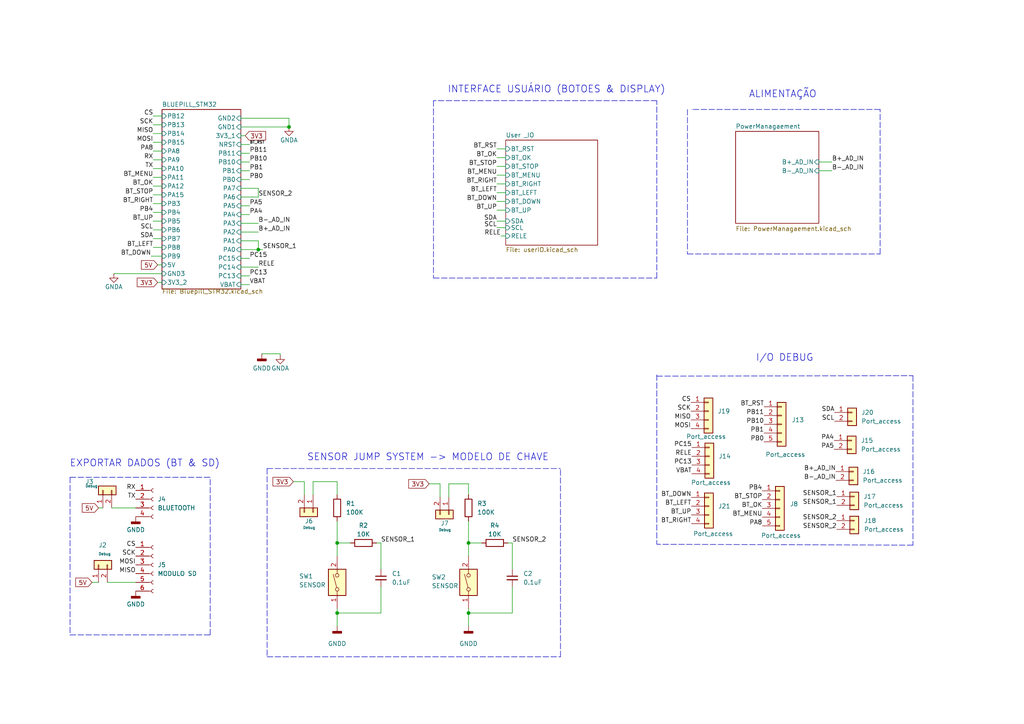
<source format=kicad_sch>
(kicad_sch (version 20211123) (generator eeschema)
  (paper "A4")
  (lib_symbols
    (symbol "Connector:Conn_01x04_Female" (pin_names (offset 1.016) hide)
      (property "Reference" "J" (at 0 5.08 0))
      (property "Value" "Conn_01x04_Female" (at 0 -7.62 0))
      (symbol "Conn_01x04_Female_1_1"
        (arc (start 0 -4.572) (mid -0.508 -5.08) (end 0 -5.588) (stroke (width 0.1524)))
        (arc (start 0 -2.032) (mid -0.508 -2.54) (end 0 -3.048) (stroke (width 0.1524)))
        (polyline (pts (xy -1.27 -5.08) (xy -0.508 -5.08)) (stroke (width 0.1524)))
        (polyline (pts (xy -1.27 -2.54) (xy -0.508 -2.54)) (stroke (width 0.1524)))
        (polyline (pts (xy -1.27 0) (xy -0.508 0)) (stroke (width 0.1524)))
        (polyline (pts (xy -1.27 2.54) (xy -0.508 2.54)) (stroke (width 0.1524)))
        (arc (start 0 0.508) (mid -0.508 0) (end 0 -0.508) (stroke (width 0.1524)))
        (arc (start 0 3.048) (mid -0.508 2.54) (end 0 2.032) (stroke (width 0.1524)))
        (pin passive line (at -5.08 2.54 0) (length 3.81) (name "Pin_1") (number "1"))
        (pin passive line (at -5.08 0 0) (length 3.81) (name "Pin_2") (number "2"))
        (pin passive line (at -5.08 -2.54 0) (length 3.81) (name "Pin_3") (number "3"))
        (pin passive line (at -5.08 -5.08 0) (length 3.81) (name "Pin_4") (number "4"))
      )
    )
    (symbol "Connector:Conn_01x06_Female" (pin_names (offset 1.016) hide)
      (property "Reference" "J" (at 0 7.62 0))
      (property "Value" "Conn_01x06_Female" (at 0 -10.16 0))
      (symbol "Conn_01x06_Female_1_1"
        (arc (start 0 -7.112) (mid -0.508 -7.62) (end 0 -8.128) (stroke (width 0.1524)))
        (arc (start 0 -4.572) (mid -0.508 -5.08) (end 0 -5.588) (stroke (width 0.1524)))
        (arc (start 0 -2.032) (mid -0.508 -2.54) (end 0 -3.048) (stroke (width 0.1524)))
        (polyline (pts (xy -1.27 -7.62) (xy -0.508 -7.62)) (stroke (width 0.1524)))
        (polyline (pts (xy -1.27 -5.08) (xy -0.508 -5.08)) (stroke (width 0.1524)))
        (polyline (pts (xy -1.27 -2.54) (xy -0.508 -2.54)) (stroke (width 0.1524)))
        (polyline (pts (xy -1.27 0) (xy -0.508 0)) (stroke (width 0.1524)))
        (polyline (pts (xy -1.27 2.54) (xy -0.508 2.54)) (stroke (width 0.1524)))
        (polyline (pts (xy -1.27 5.08) (xy -0.508 5.08)) (stroke (width 0.1524)))
        (arc (start 0 0.508) (mid -0.508 0) (end 0 -0.508) (stroke (width 0.1524)))
        (arc (start 0 3.048) (mid -0.508 2.54) (end 0 2.032) (stroke (width 0.1524)))
        (arc (start 0 5.588) (mid -0.508 5.08) (end 0 4.572) (stroke (width 0.1524)))
        (pin passive line (at -5.08 5.08 0) (length 3.81) (name "Pin_1") (number "1"))
        (pin passive line (at -5.08 2.54 0) (length 3.81) (name "Pin_2") (number "2"))
        (pin passive line (at -5.08 0 0) (length 3.81) (name "Pin_3") (number "3"))
        (pin passive line (at -5.08 -2.54 0) (length 3.81) (name "Pin_4") (number "4"))
        (pin passive line (at -5.08 -5.08 0) (length 3.81) (name "Pin_5") (number "5"))
        (pin passive line (at -5.08 -7.62 0) (length 3.81) (name "Pin_6") (number "6"))
      )
    )
    (symbol "Connector_Generic:Conn_01x02" (pin_names (offset 1.016) hide)
      (property "Reference" "J" (at 0 2.54 0))
      (property "Value" "Conn_01x02" (at 0 -5.08 0))
      (symbol "Conn_01x02_1_1"
        (rectangle (start -1.27 -2.413) (end 0 -2.667) (stroke (width 0.1524)))
        (rectangle (start -1.27 0.127) (end 0 -0.127) (stroke (width 0.1524)))
        (rectangle (start -1.27 1.27) (end 1.27 -3.81) (stroke (width 0.254)) (fill (type background)))
        (pin passive line (at -5.08 0 0) (length 3.81) (name "Pin_1") (number "1"))
        (pin passive line (at -5.08 -2.54 0) (length 3.81) (name "Pin_2") (number "2"))
      )
    )
    (symbol "Connector_Generic:Conn_01x04" (pin_names (offset 1.016) hide)
      (property "Reference" "J" (at 0 5.08 0))
      (property "Value" "Conn_01x04" (at 0 -7.62 0))
      (symbol "Conn_01x04_1_1"
        (rectangle (start -1.27 -4.953) (end 0 -5.207) (stroke (width 0.1524)))
        (rectangle (start -1.27 -2.413) (end 0 -2.667) (stroke (width 0.1524)))
        (rectangle (start -1.27 0.127) (end 0 -0.127) (stroke (width 0.1524)))
        (rectangle (start -1.27 2.667) (end 0 2.413) (stroke (width 0.1524)))
        (rectangle (start -1.27 3.81) (end 1.27 -6.35) (stroke (width 0.254)) (fill (type background)))
        (pin passive line (at -5.08 2.54 0) (length 3.81) (name "Pin_1") (number "1"))
        (pin passive line (at -5.08 0 0) (length 3.81) (name "Pin_2") (number "2"))
        (pin passive line (at -5.08 -2.54 0) (length 3.81) (name "Pin_3") (number "3"))
        (pin passive line (at -5.08 -5.08 0) (length 3.81) (name "Pin_4") (number "4"))
      )
    )
    (symbol "Connector_Generic:Conn_01x05" (pin_names (offset 1.016) hide)
      (property "Reference" "J" (at 0 7.62 0))
      (property "Value" "Conn_01x05" (at 0 -7.62 0))
      (symbol "Conn_01x05_1_1"
        (rectangle (start -1.27 -4.953) (end 0 -5.207) (stroke (width 0.1524)))
        (rectangle (start -1.27 -2.413) (end 0 -2.667) (stroke (width 0.1524)))
        (rectangle (start -1.27 0.127) (end 0 -0.127) (stroke (width 0.1524)))
        (rectangle (start -1.27 2.667) (end 0 2.413) (stroke (width 0.1524)))
        (rectangle (start -1.27 5.207) (end 0 4.953) (stroke (width 0.1524)))
        (rectangle (start -1.27 6.35) (end 1.27 -6.35) (stroke (width 0.254)) (fill (type background)))
        (pin passive line (at -5.08 5.08 0) (length 3.81) (name "Pin_1") (number "1"))
        (pin passive line (at -5.08 2.54 0) (length 3.81) (name "Pin_2") (number "2"))
        (pin passive line (at -5.08 0 0) (length 3.81) (name "Pin_3") (number "3"))
        (pin passive line (at -5.08 -2.54 0) (length 3.81) (name "Pin_4") (number "4"))
        (pin passive line (at -5.08 -5.08 0) (length 3.81) (name "Pin_5") (number "5"))
      )
    )
    (symbol "Device:C_Small" (pin_numbers hide) (pin_names (offset 0.254) hide)
      (property "Reference" "C" (at 0.254 1.778 0))
      (property "Value" "C_Small" (at 0.254 -2.032 0))
      (symbol "C_Small_0_1"
        (polyline (pts (xy -1.524 -0.508) (xy 1.524 -0.508)) (stroke (width 0.3302)))
        (polyline (pts (xy -1.524 0.508) (xy 1.524 0.508)) (stroke (width 0.3048)))
      )
      (symbol "C_Small_1_1"
        (pin passive line (at 0 2.54 270) (length 2.032) (name "~") (number "1"))
        (pin passive line (at 0 -2.54 90) (length 2.032) (name "~") (number "2"))
      )
    )
    (symbol "Device:R" (pin_numbers hide) (pin_names (offset 0))
      (property "Reference" "R" (at 2.032 0 90))
      (property "Value" "R" (at 0 0 90))
      (symbol "R_0_1"
        (rectangle (start -1.016 -2.54) (end 1.016 2.54) (stroke (width 0.254)))
      )
      (symbol "R_1_1"
        (pin passive line (at 0 3.81 270) (length 1.27) (name "~") (number "1"))
        (pin passive line (at 0 -3.81 90) (length 1.27) (name "~") (number "2"))
      )
    )
    (symbol "Switch:SW_DIP_x01" (pin_names (offset 0) hide)
      (property "Reference" "SW" (at 0 3.81 0))
      (property "Value" "SW_DIP_x01" (at 0 -3.81 0))
      (symbol "SW_DIP_x01_0_0"
        (circle (center -2.032 0) (radius 0.508))
        (polyline (pts (xy -1.524 0.127) (xy 2.3622 1.1684)))
        (circle (center 2.032 0) (radius 0.508))
      )
      (symbol "SW_DIP_x01_0_1"
        (rectangle (start -3.81 2.54) (end 3.81 -2.54) (stroke (width 0.254)) (fill (type background)))
      )
      (symbol "SW_DIP_x01_1_1"
        (pin passive line (at -7.62 0 0) (length 5.08) (name "~") (number "1"))
        (pin passive line (at 7.62 0 180) (length 5.08) (name "~") (number "2"))
      )
    )
    (symbol "power:GNDA" (power) (pin_names (offset 0))
      (property "Value" "GNDA" (at 0 -3.81 0))
      (symbol "GNDA_0_1"
        (polyline (pts (xy 0 0) (xy 0 -1.27) (xy 1.27 -1.27) (xy 0 -2.54) (xy -1.27 -1.27) (xy 0 -1.27)))
      )
      (symbol "GNDA_1_1"
        (pin power_in line (at 0 0 270) (length 0) hide (name "GNDA") (number "1"))
      )
    )
    (symbol "power:GNDD" (power) (pin_names (offset 0))
      (property "Value" "GNDD" (at 0 -3.175 0))
      (symbol "GNDD_0_1"
        (rectangle (start -1.27 -1.524) (end 1.27 -2.032) (stroke (width 0.254)) (fill (type outline)))
        (polyline (pts (xy 0 0) (xy 0 -1.524)))
      )
      (symbol "GNDD_1_1"
        (pin power_in line (at 0 0 270) (length 0) hide (name "GNDD") (number "1"))
      )
    )
  )
  (junction (at 97.79 157.48))
  (junction (at 97.79 177.8))
  (junction (at 135.89 157.48))
  (junction (at 135.89 177.8))
  (junction (at 83.82 36.83))
  (junction (at 74.93 72.39))
  (wire (pts (xy 31.115 168.91) (xy 39.37 168.91)))
  (wire (pts (xy 69.85 74.93) (xy 72.39 74.93)))
  (wire (pts (xy 69.85 80.01) (xy 72.39 80.01)))
  (wire (pts (xy 144.145 48.26) (xy 146.685 48.26)))
  (wire (pts (xy 69.85 49.53) (xy 72.39 49.53)))
  (wire (pts (xy 135.89 177.8) (xy 135.89 181.61)))
  (wire (pts (xy 46.99 64.135) (xy 44.45 64.135)))
  (wire (pts (xy 32.385 147.32) (xy 39.37 147.32)))
  (wire (pts (xy 97.79 139.7) (xy 97.79 143.51)))
  (polyline (pts (xy 264.795 158.115) (xy 190.5 157.861)))
  (polyline (pts (xy 255.27 73.66) (xy 255.27 31.75)))
  (wire (pts (xy 127.635 140.335) (xy 127.635 144.145)))
  (wire (pts (xy 46.99 66.675) (xy 44.45 66.675)))
  (wire (pts (xy 75.946 102.616) (xy 81.28 102.616)))
  (wire (pts (xy 46.99 46.355) (xy 44.45 46.355)))
  (wire (pts (xy 69.85 62.23) (xy 72.39 62.23)))
  (polyline (pts (xy 190.5 80.645) (xy 190.5 29.21)))
  (wire (pts (xy 237.49 49.53) (xy 241.3 49.53)))
  (wire (pts (xy 90.805 143.51) (xy 90.805 139.7)))
  (polyline (pts (xy 20.32 138.43) (xy 60.96 138.43)))
  (wire (pts (xy 69.85 54.61) (xy 74.93 54.61)))
  (wire (pts (xy 46.99 53.975) (xy 44.45 53.975)))
  (wire (pts (xy 124.46 140.335) (xy 127.635 140.335)))
  (wire (pts (xy 110.49 157.48) (xy 110.49 165.1)))
  (wire (pts (xy 110.49 170.18) (xy 110.49 177.8)))
  (wire (pts (xy 46.99 38.735) (xy 44.45 38.735)))
  (wire (pts (xy 46.99 41.275) (xy 44.45 41.275)))
  (polyline (pts (xy 199.39 73.66) (xy 255.27 73.66)))
  (wire (pts (xy 69.85 36.83) (xy 83.82 36.83)))
  (wire (pts (xy 69.85 46.99) (xy 72.39 46.99)))
  (wire (pts (xy 148.59 157.48) (xy 148.59 165.1)))
  (wire (pts (xy 46.99 61.595) (xy 44.45 61.595)))
  (wire (pts (xy 46.99 69.215) (xy 44.45 69.215)))
  (wire (pts (xy 130.175 144.145) (xy 130.175 140.335)))
  (polyline (pts (xy 77.47 190.5) (xy 162.56 190.5)))
  (wire (pts (xy 144.145 60.96) (xy 146.685 60.96)))
  (wire (pts (xy 90.805 139.7) (xy 97.79 139.7)))
  (wire (pts (xy 97.79 157.48) (xy 97.79 161.29)))
  (polyline (pts (xy 20.32 184.15) (xy 60.96 184.15)))
  (wire (pts (xy 28.575 147.32) (xy 29.845 147.32)))
  (wire (pts (xy 74.93 54.61) (xy 74.93 57.15)))
  (wire (pts (xy 45.72 76.835) (xy 46.99 76.835)))
  (wire (pts (xy 135.89 140.335) (xy 135.89 143.51)))
  (polyline (pts (xy 20.32 138.43) (xy 20.32 184.15)))
  (wire (pts (xy 69.85 52.07) (xy 72.39 52.07)))
  (wire (pts (xy 135.89 177.8) (xy 148.59 177.8)))
  (polyline (pts (xy 255.27 31.75) (xy 200.66 31.75)))
  (polyline (pts (xy 77.47 135.89) (xy 77.47 190.5)))
  (wire (pts (xy 46.99 51.435) (xy 44.45 51.435)))
  (wire (pts (xy 46.99 71.755) (xy 44.45 71.755)))
  (wire (pts (xy 74.93 72.39) (xy 76.2 72.39)))
  (wire (pts (xy 69.85 82.55) (xy 72.39 82.55)))
  (wire (pts (xy 33.02 79.375) (xy 46.99 79.375)))
  (wire (pts (xy 144.145 50.8) (xy 146.685 50.8)))
  (wire (pts (xy 145.288 68.453) (xy 146.685 68.453)))
  (polyline (pts (xy 199.39 31.75) (xy 199.39 73.66)))
  (wire (pts (xy 69.85 72.39) (xy 74.93 72.39)))
  (wire (pts (xy 97.79 176.53) (xy 97.79 177.8)))
  (wire (pts (xy 69.85 34.29) (xy 83.82 34.29)))
  (polyline (pts (xy 125.73 29.21) (xy 125.73 31.75)))
  (polyline (pts (xy 60.96 184.15) (xy 60.96 138.43)))
  (wire (pts (xy 83.82 34.29) (xy 83.82 36.83)))
  (wire (pts (xy 69.85 77.47) (xy 74.93 77.47)))
  (wire (pts (xy 45.72 81.915) (xy 46.99 81.915)))
  (wire (pts (xy 144.145 43.18) (xy 146.685 43.18)))
  (wire (pts (xy 46.99 59.055) (xy 44.45 59.055)))
  (wire (pts (xy 74.93 69.85) (xy 74.93 72.39)))
  (wire (pts (xy 69.85 57.15) (xy 74.93 57.15)))
  (wire (pts (xy 135.89 157.48) (xy 139.7 157.48)))
  (wire (pts (xy 144.145 66.04) (xy 146.685 66.04)))
  (wire (pts (xy 46.99 56.515) (xy 44.45 56.515)))
  (wire (pts (xy 85.09 139.7) (xy 88.265 139.7)))
  (wire (pts (xy 144.145 45.72) (xy 146.685 45.72)))
  (polyline (pts (xy 190.5 108.712) (xy 190.5 157.861)))
  (wire (pts (xy 148.59 170.18) (xy 148.59 177.8)))
  (polyline (pts (xy 200.66 31.75) (xy 200.66 31.75)))
  (wire (pts (xy 97.79 177.8) (xy 97.79 181.61)))
  (wire (pts (xy 26.67 168.91) (xy 28.575 168.91)))
  (wire (pts (xy 69.85 67.31) (xy 74.93 67.31)))
  (wire (pts (xy 43.815 74.295) (xy 46.99 74.295)))
  (wire (pts (xy 237.49 46.99) (xy 241.3 46.99)))
  (wire (pts (xy 46.99 36.195) (xy 44.45 36.195)))
  (wire (pts (xy 88.265 139.7) (xy 88.265 143.51)))
  (wire (pts (xy 69.85 44.45) (xy 72.39 44.45)))
  (wire (pts (xy 69.85 41.91) (xy 72.39 41.91)))
  (polyline (pts (xy 77.47 135.89) (xy 162.56 135.89)))
  (polyline (pts (xy 162.56 190.5) (xy 162.56 135.89)))
  (wire (pts (xy 46.99 43.815) (xy 44.45 43.815)))
  (polyline (pts (xy 190.5 109.093) (xy 264.795 108.966)))
  (wire (pts (xy 109.22 157.48) (xy 110.49 157.48)))
  (wire (pts (xy 144.145 55.88) (xy 146.685 55.88)))
  (polyline (pts (xy 264.795 108.966) (xy 264.795 158.115)))
  (wire (pts (xy 69.85 64.77) (xy 74.93 64.77)))
  (polyline (pts (xy 125.73 31.75) (xy 125.73 80.645)))
  (wire (pts (xy 81.28 102.616) (xy 81.28 102.997)))
  (wire (pts (xy 144.145 53.34) (xy 146.685 53.34)))
  (polyline (pts (xy 125.73 80.645) (xy 190.5 80.645)))
  (wire (pts (xy 97.79 157.48) (xy 101.6 157.48)))
  (wire (pts (xy 69.85 59.69) (xy 72.39 59.69)))
  (wire (pts (xy 97.79 151.13) (xy 97.79 157.48)))
  (wire (pts (xy 69.85 39.37) (xy 71.12 39.37)))
  (wire (pts (xy 46.99 33.655) (xy 44.45 33.655)))
  (wire (pts (xy 144.145 58.42) (xy 146.685 58.42)))
  (wire (pts (xy 144.145 64.135) (xy 146.685 64.135)))
  (wire (pts (xy 69.85 69.85) (xy 74.93 69.85)))
  (wire (pts (xy 130.175 140.335) (xy 135.89 140.335)))
  (polyline (pts (xy 190.5 29.21) (xy 125.73 29.21)))
  (wire (pts (xy 135.89 157.48) (xy 135.89 161.29)))
  (wire (pts (xy 135.89 176.53) (xy 135.89 177.8)))
  (wire (pts (xy 147.32 157.48) (xy 148.59 157.48)))
  (wire (pts (xy 97.79 177.8) (xy 110.49 177.8)))
  (wire (pts (xy 46.99 48.895) (xy 44.45 48.895)))
  (wire (pts (xy 135.89 151.13) (xy 135.89 157.48)))
  (text "INTERFACE USUÁRIO (BOTOES & DISPLAY)" (at 129.794 27.178 0) (effects (font (size 2 2)) (justify left bottom)))
  (text "ALIMENTAÇÃO" (at 217.17 28.575 0) (effects (font (size 2 2)) (justify left bottom)))
  (text "EXPORTAR DADOS (BT & SD)" (at 20.193 135.636 0) (effects (font (size 2 2)) (justify left bottom)))
  (text "SENSOR JUMP SYSTEM -> MODELO DE CHAVE" (at 89.027 133.858 0) (effects (font (size 2 2)) (justify left bottom)))
  (text "I/O DEBUG" (at 219.202 105.029 0) (effects (font (size 2 2)) (justify left bottom)))
  (label "SCL" (at 44.45 66.675 180))
  (label "RELE" (at 74.93 77.47 0))
  (label "SCK" (at 44.45 36.195 180))
  (label "SCL" (at 242.062 122.174 180))
  (label "MISO" (at 39.37 166.37 180))
  (label "PA5" (at 72.39 59.69 0))
  (label "VBAT" (at 72.39 82.55 0))
  (label "BT_OK" (at 144.145 45.72 180))
  (label "RX" (at 39.37 142.24 180))
  (label "B+_AD_IN" (at 242.443 136.779 180))
  (label "BT_DOWN" (at 144.145 58.42 180))
  (label "CS" (at 44.45 33.655 180))
  (label "BT_LEFT" (at 44.45 71.755 180))
  (label "SENSOR_1" (at 110.49 157.48 0))
  (label "BT_RIGHT" (at 44.45 59.055 180))
  (label "PC13" (at 72.39 80.01 0))
  (label "MISO" (at 200.406 121.793 180))
  (label "BT_RST" (at 221.615 117.983 180))
  (label "PB1" (at 72.39 49.53 0))
  (label "BT_MENU" (at 44.45 51.435 180))
  (label "B-_AD_IN" (at 242.443 139.319 180))
  (label "MISO" (at 44.45 38.735 180))
  (label "PB1" (at 221.615 125.603 180))
  (label "PB4" (at 44.45 61.595 180))
  (label "VBAT" (at 200.66 137.414 180))
  (label "SENSOR_2" (at 74.93 57.15 0))
  (label "SCL" (at 144.145 66.04 180))
  (label "B+_AD_IN" (at 241.3 46.99 0))
  (label "BT_OK" (at 221.107 147.447 180))
  (label "RX" (at 44.45 46.355 180))
  (label "BT_DOWN" (at 200.533 144.272 180))
  (label "MOSI" (at 200.406 124.333 180))
  (label "BT_UP" (at 200.533 149.352 180))
  (label "PB10" (at 221.615 123.063 180))
  (label "PC15" (at 200.66 129.794 180))
  (label "SCK" (at 200.406 119.253 180))
  (label "RELE" (at 145.288 68.453 180))
  (label "BT_OK" (at 44.45 53.975 180))
  (label "SENSOR_2" (at 242.697 151.003 180))
  (label "BT_MENU" (at 221.107 149.987 180))
  (label "SENSOR_2" (at 242.697 153.543 180))
  (label "BT_MENU" (at 144.145 50.8 180))
  (label "B-_AD_IN" (at 241.3 49.53 0))
  (label "BT_RIGHT" (at 200.533 151.892 180))
  (label "PB10" (at 72.39 46.99 0))
  (label "PB11" (at 72.39 44.45 0))
  (label "BT_RIGHT" (at 144.145 53.34 180))
  (label "BT_LEFT" (at 200.533 146.812 180))
  (label "PA5" (at 241.935 130.302 180))
  (label "RELE" (at 200.66 132.334 180))
  (label "SENSOR_2" (at 148.59 157.48 0))
  (label "BT_STOP" (at 221.107 144.907 180))
  (label "CS" (at 39.37 158.75 180))
  (label "SDA" (at 242.062 119.634 180))
  (label "PB0" (at 221.615 128.143 180))
  (label "PB11" (at 221.615 120.523 180))
  (label "PA8" (at 221.107 152.527 180))
  (label "TX" (at 44.45 48.895 180))
  (label "SCK" (at 39.37 161.29 180))
  (label "SENSOR_1" (at 76.2 72.39 0))
  (label "BT_STOP" (at 144.145 48.26 180))
  (label "BT_RST" (at 144.145 43.18 180))
  (label "MOSI" (at 39.37 163.83 180))
  (label "PC13" (at 200.66 134.874 180))
  (label "CS" (at 200.406 116.713 180))
  (label "BT_RST" (at 72.39 41.91 0) (effects (font (size 0.8 0.8))))
  (label "BT_STOP" (at 44.45 56.515 180))
  (label "PA4" (at 72.39 62.23 0))
  (label "BT_UP" (at 44.45 64.135 180))
  (label "MOSI" (at 44.45 41.275 180))
  (label "SDA" (at 144.145 64.135 180))
  (label "B+_AD_IN" (at 74.93 67.31 0))
  (label "PB4" (at 221.107 142.367 180))
  (label "B-_AD_IN" (at 74.93 64.77 0))
  (label "PA4" (at 241.935 127.762 180))
  (label "BT_UP" (at 144.145 60.96 180))
  (label "SENSOR_1" (at 242.697 146.558 180))
  (label "PA8" (at 44.45 43.815 180))
  (label "BT_DOWN" (at 43.815 74.295 180))
  (label "PB0" (at 72.39 52.07 0))
  (label "PC15" (at 72.39 74.93 0))
  (label "TX" (at 39.37 144.78 180))
  (label "SENSOR_1" (at 242.697 144.018 180))
  (label "BT_LEFT" (at 144.145 55.88 180))
  (label "SDA" (at 44.45 69.215 180))
  (global_label "3V3" (shape input) (at 85.09 139.7 180) (property "Intersheet References" "${INTERSHEET_REFS}" (effects hide)))
  (global_label "3V3" (shape input) (at 124.46 140.335 180) (property "Intersheet References" "${INTERSHEET_REFS}" (effects hide)))
  (global_label "5V" (shape input) (at 28.575 147.32 180) (property "Intersheet References" "${INTERSHEET_REFS}" (effects hide)))
  (global_label "5V" (shape input) (at 45.72 76.835 180) (property "Intersheet References" "${INTERSHEET_REFS}" (effects hide)))
  (global_label "3V3" (shape input) (at 45.72 81.915 180) (property "Intersheet References" "${INTERSHEET_REFS}" (effects hide)))
  (global_label "5V" (shape input) (at 26.67 168.91 180) (property "Intersheet References" "${INTERSHEET_REFS}" (effects hide)))
  (global_label "3V3" (shape input) (at 71.12 39.37 0) (property "Intersheet References" "${INTERSHEET_REFS}" (effects hide)))
  (symbol (lib_id "Device:R") (at 97.79 147.32 0) (unit 1)
    (property "Reference" "R1" (at 100.33 146.0499 0) (effects (justify left)))
    (property "Value" "100K" (at 100.33 148.5899 0) (effects (justify left)))
    (property "Footprint" "Resistor_SMD:R_0805_2012Metric_Pad1.20x1.40mm_HandSolder" (effects hide))
  )
  (symbol (lib_id "power:GNDA") (at 81.28 102.997 0) (unit 1)
    (property "Reference" "#PWR0122" (effects hide))
    (property "Value" "GNDA" (at 81.28 106.807 0))
  )
  (symbol (lib_id "Connector_Generic:Conn_01x02") (at 28.575 163.83 90) (unit 1)
    (property "Reference" "J2" (at 28.575 158.115 90) (effects (justify right)))
    (property "Value" "Debug" (at 28.575 160.655 90) (effects (font (size 0.75 0.75)) (justify right)))
    (property "Footprint" "Connector_PinHeader_2.54mm:PinHeader_1x02_P2.54mm_Vertical" (effects hide))
  )
  (symbol (lib_id "Connector:Conn_01x04_Female") (at 44.45 144.78 0) (unit 1)
    (property "Reference" "J4" (at 45.72 144.7799 0) (effects (justify left)))
    (property "Value" "BLUETOOTH" (at 45.72 147.3199 0) (effects (justify left)))
    (property "Footprint" "Connector_PinHeader_2.54mm:PinHeader_1x04_P2.54mm_Vertical" (effects hide))
  )
  (symbol (lib_id "Switch:SW_DIP_x01") (at 97.79 168.91 90) (unit 1)
    (property "Reference" "SW1" (at 86.741 167.132 90) (effects (justify right)))
    (property "Value" "SENSOR" (at 86.741 169.672 90) (effects (justify right)))
    (property "Footprint" "Connector_Molex:Molex_KK-254_AE-6410-02A_1x02_P2.54mm_Vertical" (effects hide))
  )
  (symbol (lib_id "Device:R") (at 135.89 147.32 0) (unit 1)
    (property "Reference" "R3" (at 138.43 146.0499 0) (effects (justify left)))
    (property "Value" "100K" (at 138.43 148.5899 0) (effects (justify left)))
    (property "Footprint" "Resistor_SMD:R_0805_2012Metric_Pad1.20x1.40mm_HandSolder" (effects hide))
  )
  (symbol (lib_id "Device:R") (at 143.51 157.48 90) (unit 1)
    (property "Reference" "R4" (at 143.51 152.4 90))
    (property "Value" "10K" (at 143.51 154.94 90))
    (property "Footprint" "Resistor_SMD:R_0805_2012Metric_Pad1.20x1.40mm_HandSolder" (effects hide))
  )
  (symbol (lib_id "power:GNDD") (at 135.89 181.61 0) (unit 1)
    (property "Reference" "#PWR0106" (effects hide))
    (property "Value" "GNDD" (at 135.89 186.69 0))
  )
  (symbol (lib_id "Connector_Generic:Conn_01x02") (at 247.523 136.779 0) (unit 1)
    (property "Reference" "J16" (at 250.19 136.7789 0) (effects (justify left)))
    (property "Value" "Port_access" (at 250.19 139.3189 0) (effects (justify left)))
    (property "Footprint" "Connector_PinHeader_2.54mm:PinHeader_1x02_P2.54mm_Vertical" (effects hide))
  )
  (symbol (lib_id "Connector_Generic:Conn_01x02") (at 247.777 151.003 0) (unit 1)
    (property "Reference" "J18" (at 250.571 151.0029 0) (effects (justify left)))
    (property "Value" "Port_access" (at 250.571 153.5429 0) (effects (justify left)))
    (property "Footprint" "Connector_PinHeader_2.54mm:PinHeader_1x02_P2.54mm_Vertical" (effects hide))
  )
  (symbol (lib_id "Connector_Generic:Conn_01x04") (at 205.486 119.253 0) (unit 1)
    (property "Reference" "J19" (at 208.153 119.2529 0) (effects (justify left)))
    (property "Value" "Port_access" (at 199.009 126.619 0) (effects (justify left)))
    (property "Footprint" "Connector_PinHeader_2.54mm:PinHeader_1x04_P2.54mm_Vertical" (effects hide))
  )
  (symbol (lib_id "Connector_Generic:Conn_01x05") (at 226.695 123.063 0) (unit 1)
    (property "Reference" "J13" (at 229.616 121.7929 0) (effects (justify left)))
    (property "Value" "Port_access" (at 221.996 131.826 0) (effects (justify left)))
    (property "Footprint" "Connector_PinHeader_2.54mm:PinHeader_1x05_P2.54mm_Vertical" (effects hide))
  )
  (symbol (lib_id "Connector:Conn_01x06_Female") (at 44.45 163.83 0) (unit 1)
    (property "Reference" "J5" (at 45.72 163.8299 0) (effects (justify left)))
    (property "Value" "MODULO SD" (at 45.72 166.3699 0) (effects (justify left)))
    (property "Footprint" "Connector_PinHeader_2.54mm:PinHeader_1x06_P2.54mm_Vertical" (effects hide))
  )
  (symbol (lib_id "power:GNDD") (at 39.37 149.86 0) (unit 1)
    (property "Reference" "#PWR0104" (effects hide))
    (property "Value" "GNDD" (at 39.37 153.67 0))
  )
  (symbol (lib_id "power:GNDD") (at 39.37 171.45 0) (unit 1)
    (property "Reference" "#PWR0105" (effects hide))
    (property "Value" "GNDD" (at 39.37 175.26 0))
  )
  (symbol (lib_id "Connector_Generic:Conn_01x02") (at 247.015 127.762 0) (unit 1)
    (property "Reference" "J15" (at 249.682 127.7619 0) (effects (justify left)))
    (property "Value" "Port_access" (at 249.682 130.3019 0) (effects (justify left)))
    (property "Footprint" "Connector_PinHeader_2.54mm:PinHeader_1x02_P2.54mm_Vertical" (effects hide))
  )
  (symbol (lib_id "Device:R") (at 105.41 157.48 90) (unit 1)
    (property "Reference" "R2" (at 105.41 152.4 90))
    (property "Value" "10K" (at 105.41 154.94 90))
    (property "Footprint" "Resistor_SMD:R_0805_2012Metric_Pad1.20x1.40mm_HandSolder" (effects hide))
  )
  (symbol (lib_id "Device:C_Small") (at 148.59 167.64 0) (unit 1)
    (property "Reference" "C2" (at 151.765 166.3762 0) (effects (justify left)))
    (property "Value" "0.1uF" (at 151.765 168.9162 0) (effects (justify left)))
    (property "Footprint" "Resistor_SMD:R_0805_2012Metric_Pad1.20x1.40mm_HandSolder" (effects hide))
  )
  (symbol (lib_id "Device:C_Small") (at 110.49 167.64 0) (unit 1)
    (property "Reference" "C1" (at 113.665 166.3762 0) (effects (justify left)))
    (property "Value" "0.1uF" (at 113.665 168.9162 0) (effects (justify left)))
    (property "Footprint" "Resistor_SMD:R_0805_2012Metric_Pad1.20x1.40mm_HandSolder" (effects hide))
  )
  (symbol (lib_id "Connector_Generic:Conn_01x04") (at 205.613 146.812 0) (unit 1)
    (property "Reference" "J21" (at 208.28 146.8119 0) (effects (justify left)))
    (property "Value" "Port_access" (at 201.041 154.813 0) (effects (justify left)))
    (property "Footprint" "Connector_PinHeader_2.54mm:PinHeader_1x04_P2.54mm_Vertical" (effects hide))
  )
  (symbol (lib_id "power:GNDD") (at 97.79 181.61 0) (unit 1)
    (property "Reference" "#PWR0101" (effects hide))
    (property "Value" "GNDD" (at 97.79 186.69 0))
  )
  (symbol (lib_id "power:GNDA") (at 83.82 36.83 0) (unit 1)
    (property "Reference" "#PWR0103" (effects hide))
    (property "Value" "GNDA" (at 83.82 40.64 0))
  )
  (symbol (lib_id "power:GNDA") (at 33.02 79.375 0) (unit 1)
    (property "Reference" "#PWR0102" (effects hide))
    (property "Value" "GNDA" (at 33.02 83.185 0))
  )
  (symbol (lib_id "Connector_Generic:Conn_01x02") (at 130.175 149.225 270) (unit 1)
    (property "Reference" "J7" (at 130.175 151.765 90) (effects (justify right)))
    (property "Value" "Debug" (at 130.81 153.67 90) (effects (font (size 0.75 0.75)) (justify right)))
    (property "Footprint" "Connector_PinHeader_2.54mm:PinHeader_1x02_P2.54mm_Vertical" (effects hide))
  )
  (symbol (lib_id "Connector_Generic:Conn_01x02") (at 247.777 144.018 0) (unit 1)
    (property "Reference" "J17" (at 250.444 144.0179 0) (effects (justify left)))
    (property "Value" "Port_access" (at 250.444 146.5579 0) (effects (justify left)))
    (property "Footprint" "Connector_PinHeader_2.54mm:PinHeader_1x02_P2.54mm_Vertical" (effects hide))
  )
  (symbol (lib_id "Connector_Generic:Conn_01x02") (at 247.142 119.634 0) (unit 1)
    (property "Reference" "J20" (at 249.809 119.6339 0) (effects (justify left)))
    (property "Value" "Port_access" (at 249.809 122.1739 0) (effects (justify left)))
    (property "Footprint" "Connector_PinHeader_2.54mm:PinHeader_1x02_P2.54mm_Vertical" (effects hide))
  )
  (symbol (lib_id "Connector_Generic:Conn_01x05") (at 226.187 147.447 0) (unit 1)
    (property "Reference" "J8" (at 229.108 146.1769 0) (effects (justify left)))
    (property "Value" "Port_access" (at 220.726 155.321 0) (effects (justify left)))
    (property "Footprint" "Connector_PinHeader_2.54mm:PinHeader_1x05_P2.54mm_Vertical" (effects hide))
  )
  (symbol (lib_id "Connector_Generic:Conn_01x04") (at 205.74 132.334 0) (unit 1)
    (property "Reference" "J14" (at 208.407 132.3339 0) (effects (justify left)))
    (property "Value" "Port_access" (at 200.406 139.954 0) (effects (justify left)))
    (property "Footprint" "Connector_PinHeader_2.54mm:PinHeader_1x04_P2.54mm_Vertical" (effects hide))
  )
  (symbol (lib_id "Connector_Generic:Conn_01x02") (at 29.845 142.24 90) (unit 1)
    (property "Reference" "J3" (at 24.765 139.7 90) (effects (justify right)))
    (property "Value" "Debug" (at 24.765 140.97 90) (effects (font (size 0.75 0.75)) (justify right)))
    (property "Footprint" "Connector_PinHeader_2.54mm:PinHeader_1x02_P2.54mm_Vertical" (effects hide))
  )
  (symbol (lib_id "Connector_Generic:Conn_01x02") (at 90.805 148.59 270) (unit 1)
    (property "Reference" "J6" (at 90.805 151.13 90) (effects (justify right)))
    (property "Value" "Debug" (at 91.44 153.035 90) (effects (font (size 0.75 0.75)) (justify right)))
    (property "Footprint" "Connector_PinHeader_2.54mm:PinHeader_1x02_P2.54mm_Vertical" (effects hide))
  )
  (symbol (lib_id "Switch:SW_DIP_x01") (at 135.89 168.91 90) (unit 1)
    (property "Reference" "SW2" (at 125.222 167.386 90) (effects (justify right)))
    (property "Value" "SENSOR" (at 125.222 169.926 90) (effects (justify right)))
    (property "Footprint" "Connector_Molex:Molex_KK-254_AE-6410-02A_1x02_P2.54mm_Vertical" (effects hide))
  )
  (symbol (lib_id "power:GNDD") (at 75.946 102.616 0) (unit 1)
    (property "Reference" "#PWR0123" (effects hide))
    (property "Value" "GNDD" (at 75.946 106.807 0))
  )
  (sheet (at 213.36 38.1) (size 24.13 26.67) (stroke (width 0.1524))
    (property "Sheet name" "PowerManagaement" (at 213.36 37.3884 0) (effects (justify left bottom)))
    (property "Sheet file" "PowerManagaement.kicad_sch" (at 213.36 65.6086 0) (effects (justify left top)))
    (pin "B+_AD_IN" input (at 237.49 46.99 0))
    (pin "B-_AD_IN" input (at 237.49 49.53 0))
  )
  (sheet (at 46.99 31.75) (size 22.86 52.07) (stroke (width 0.1524))
    (property "Sheet name" "BLUEPILL_STM32" (at 46.99 31.0384 0) (effects (justify left bottom)))
    (property "Sheet file" "Bluepill_STM32.kicad_sch" (at 46.99 83.7696 0) (effects (justify left top)))
    (pin "PA8" input (at 46.99 43.815 180))
    (pin "PA9" input (at 46.99 46.355 180))
    (pin "PA12" input (at 46.99 53.975 180))
    (pin "PB3" input (at 46.99 59.055 180))
    (pin "PB4" input (at 46.99 61.595 180))
    (pin "PC15" input (at 69.85 74.93 0))
    (pin "PA0" input (at 69.85 72.39 0))
    (pin "PA5" input (at 69.85 59.69 0))
    (pin "PA1" input (at 69.85 69.85 0))
    (pin "PA2" input (at 69.85 67.31 0))
    (pin "PC14" input (at 69.85 77.47 0))
    (pin "PA4" input (at 69.85 62.23 0))
    (pin "PA7" input (at 69.85 54.61 0))
    (pin "VBAT" input (at 69.85 82.55 0))
    (pin "PC13" input (at 69.85 80.01 0))
    (pin "PB6" input (at 46.99 66.675 180))
    (pin "PB9" input (at 46.99 74.295 180))
    (pin "PB8" input (at 46.99 71.755 180))
    (pin "PB7" input (at 46.99 69.215 180))
    (pin "PB5" input (at 46.99 64.135 180))
    (pin "5V" input (at 46.99 76.835 180))
    (pin "NRST" input (at 69.85 41.91 0))
    (pin "PA6" input (at 69.85 57.15 0))
    (pin "PB11" input (at 69.85 44.45 0))
    (pin "PB0" input (at 69.85 52.07 0))
    (pin "PB1" input (at 69.85 49.53 0))
    (pin "PB10" input (at 69.85 46.99 0))
    (pin "PB12" input (at 46.99 33.655 180))
    (pin "PB13" input (at 46.99 36.195 180))
    (pin "PB14" input (at 46.99 38.735 180))
    (pin "PB15" input (at 46.99 41.275 180))
    (pin "PA10" input (at 46.99 48.895 180))
    (pin "PA11" input (at 46.99 51.435 180))
    (pin "PA15" input (at 46.99 56.515 180))
    (pin "GND3" input (at 46.99 79.375 180))
    (pin "3V3_2" input (at 46.99 81.915 180))
    (pin "GND2" input (at 69.85 34.29 0))
    (pin "GND1" input (at 69.85 36.83 0))
    (pin "3V3_1" input (at 69.85 39.37 0))
    (pin "PA3" input (at 69.85 64.77 0))
  )
  (sheet (at 146.685 40.64) (size 26.67 30.48) (stroke (width 0.1524))
    (property "Sheet name" "User _IO" (at 146.685 39.9284 0) (effects (justify left bottom)))
    (property "Sheet file" "userIO.kicad_sch" (at 146.685 71.7046 0) (effects (justify left top)))
    (pin "BT_MENU" input (at 146.685 50.8 180))
    (pin "BT_STOP" input (at 146.685 48.26 180))
    (pin "BT_OK" input (at 146.685 45.72 180))
    (pin "BT_RST" input (at 146.685 43.18 180))
    (pin "SCL" input (at 146.685 66.04 180))
    (pin "SDA" input (at 146.685 64.135 180))
    (pin "BT_LEFT" input (at 146.685 55.88 180))
    (pin "BT_DOWN" input (at 146.685 58.42 180))
    (pin "BT_UP" input (at 146.685 60.96 180))
    (pin "BT_RIGHT" input (at 146.685 53.34 180))
    (pin "RELE" input (at 146.685 68.453 180))
  )
)
</source>
